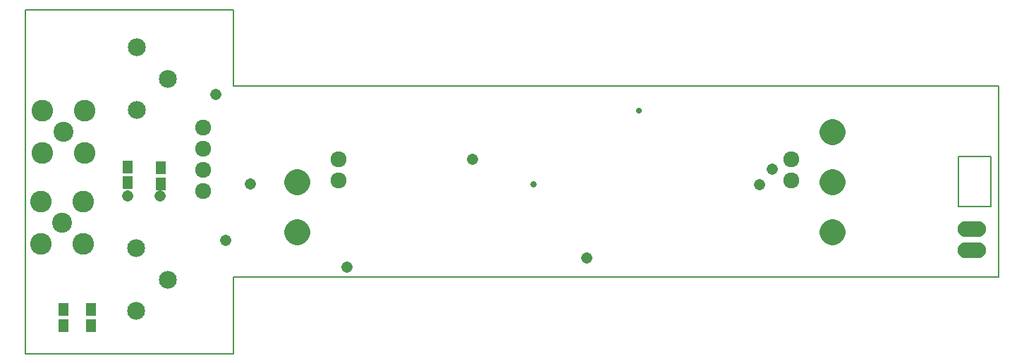
<source format=gbr>
G04 #@! TF.FileFunction,Soldermask,Bot*
%FSLAX46Y46*%
G04 Gerber Fmt 4.6, Leading zero omitted, Abs format (unit mm)*
G04 Created by KiCad (PCBNEW 4.0.6) date 05/23/18 19:53:49*
%MOMM*%
%LPD*%
G01*
G04 APERTURE LIST*
%ADD10C,0.100000*%
%ADD11C,0.635000*%
%ADD12C,1.346200*%
%ADD13C,0.777010*%
%ADD14C,3.126990*%
%ADD15C,0.203200*%
%ADD16C,1.924000*%
%ADD17C,2.600000*%
%ADD18C,2.400000*%
%ADD19C,2.150000*%
%ADD20R,1.150000X1.600000*%
%ADD21O,3.410000X1.910000*%
G04 APERTURE END LIST*
D10*
D11*
X73704700Y29164030D02*
X73704700Y29164030D01*
D12*
X12299950Y18949920D02*
X12299950Y18949920D01*
X16199870Y18949920D02*
X16199870Y18949920D01*
X24100030Y13549880D02*
X24100030Y13549880D01*
X22900130Y31150050D02*
X22900130Y31150050D01*
X53710080Y23360130D02*
X53710080Y23360130D01*
D13*
X61000130Y20400010D02*
X61000130Y20400010D01*
D12*
X27010110Y20360130D02*
X27010110Y20360130D01*
X67444620Y11487400D02*
X67444620Y11487400D01*
X38623750Y10348210D02*
X38623750Y10348210D01*
D14*
X32599880Y20649950D02*
X32599880Y20649950D01*
X96899980Y20649950D02*
X96899980Y20649950D01*
X96899980Y26649930D02*
X96899980Y26649930D01*
X96899980Y14649960D02*
X96899980Y14649960D01*
D12*
X89696040Y22130000D02*
X89696040Y22130000D01*
X88141050Y20278600D02*
X88141050Y20278600D01*
D14*
X32599880Y14649960D02*
X32599880Y14649960D01*
D15*
X112000030Y23649940D02*
X112000030Y17649950D01*
X112000030Y17649950D02*
X115940080Y17649950D01*
X115940080Y17649950D02*
X115940080Y23649940D01*
X115940080Y23649940D02*
X112000030Y23649940D01*
X0Y0D02*
X0Y41299890D01*
X0Y41299890D02*
X24999950Y41299890D01*
X24999950Y41299890D02*
X24999950Y32150050D01*
X24999950Y32150050D02*
X116899940Y32150050D01*
X116899940Y32150050D02*
X116899940Y9150100D01*
X116899940Y9150100D02*
X24999950Y9150100D01*
X24999950Y9150100D02*
X24999950Y0D01*
X24999950Y0D02*
X0Y0D01*
X112000030Y23649940D02*
X112000030Y17649950D01*
X112000030Y17649950D02*
X115940080Y17649950D01*
X115940080Y17649950D02*
X115940080Y23649940D01*
X115940080Y23649940D02*
X112000030Y23649940D01*
X0Y0D02*
X0Y41299890D01*
X0Y41299890D02*
X24999950Y41299890D01*
X24999950Y41299890D02*
X24999950Y32150050D01*
X24999950Y32150050D02*
X116899940Y32150050D01*
X116899940Y32150050D02*
X116899940Y9150100D01*
X116899940Y9150100D02*
X24999950Y9150100D01*
X24999950Y9150100D02*
X24999950Y0D01*
X24999950Y0D02*
X0Y0D01*
X112000030Y23649940D02*
X112000030Y17649950D01*
X112000030Y17649950D02*
X115940080Y17649950D01*
X115940080Y17649950D02*
X115940080Y23649940D01*
X115940080Y23649940D02*
X112000030Y23649940D01*
D11*
X73704700Y29164030D02*
X73704700Y29164030D01*
D12*
X12299950Y18949920D02*
X12299950Y18949920D01*
X16199870Y18949920D02*
X16199870Y18949920D01*
X24100030Y13549880D02*
X24100030Y13549880D01*
X22900130Y31150050D02*
X22900130Y31150050D01*
X53710080Y23360130D02*
X53710080Y23360130D01*
D13*
X61000130Y20400010D02*
X61000130Y20400010D01*
D12*
X27010110Y20360130D02*
X27010110Y20360130D01*
X67444620Y11487400D02*
X67444620Y11487400D01*
X38623750Y10348210D02*
X38623750Y10348210D01*
D14*
X32599880Y20649950D02*
X32599880Y20649950D01*
X96899980Y20649950D02*
X96899980Y20649950D01*
X96899980Y26649930D02*
X96899980Y26649930D01*
X96899980Y14649960D02*
X96899980Y14649960D01*
D12*
X89696040Y22130000D02*
X89696040Y22130000D01*
X88141050Y20278600D02*
X88141050Y20278600D01*
D14*
X32599880Y14649960D02*
X32599880Y14649960D01*
D15*
X112000030Y23649940D02*
X112000030Y17649950D01*
X112000030Y17649950D02*
X115940080Y17649950D01*
X115940080Y17649950D02*
X115940080Y23649940D01*
X115940080Y23649940D02*
X112000030Y23649940D01*
X0Y0D02*
X0Y41299890D01*
X0Y41299890D02*
X24999950Y41299890D01*
X24999950Y41299890D02*
X24999950Y32150050D01*
X24999950Y32150050D02*
X116899940Y32150050D01*
X116899940Y32150050D02*
X116899940Y9150100D01*
X116899940Y9150100D02*
X24999950Y9150100D01*
X24999950Y9150100D02*
X24999950Y0D01*
X24999950Y0D02*
X0Y0D01*
X112000030Y23649940D02*
X112000030Y17649950D01*
X112000030Y17649950D02*
X115940080Y17649950D01*
X115940080Y17649950D02*
X115940080Y23649940D01*
X115940080Y23649940D02*
X112000030Y23649940D01*
X0Y0D02*
X0Y41299890D01*
X0Y41299890D02*
X24999950Y41299890D01*
X24999950Y41299890D02*
X24999950Y32150050D01*
X24999950Y32150050D02*
X116899940Y32150050D01*
X116899940Y32150050D02*
X116899940Y9150100D01*
X116899940Y9150100D02*
X24999950Y9150100D01*
X24999950Y9150100D02*
X24999950Y0D01*
X24999950Y0D02*
X0Y0D01*
X112000030Y23649940D02*
X112000030Y17649950D01*
X112000030Y17649950D02*
X115940080Y17649950D01*
X115940080Y17649950D02*
X115940080Y23649940D01*
X115940080Y23649940D02*
X112000030Y23649940D01*
D16*
X21336000Y24638000D03*
X21336000Y27178000D03*
X21336000Y19558000D03*
X21336000Y22098000D03*
D17*
X2032000Y24130000D03*
X2032000Y29210000D03*
X7112000Y29210000D03*
X7112000Y24130000D03*
D18*
X4572000Y26670000D03*
D19*
X13395000Y36770000D03*
X13395000Y29270000D03*
X17145000Y33020000D03*
D17*
X1905000Y13208000D03*
X1905000Y18288000D03*
X6985000Y18288000D03*
X6985000Y13208000D03*
D18*
X4445000Y15748000D03*
D16*
X37592000Y20828000D03*
X37592000Y23368000D03*
D20*
X16256000Y22286000D03*
X16256000Y20386000D03*
X12319000Y22413000D03*
X12319000Y20513000D03*
X7874000Y5268000D03*
X7874000Y3368000D03*
X4572000Y5268000D03*
X4572000Y3368000D03*
D21*
X113665000Y12446000D03*
X113665000Y14986000D03*
D16*
X91948000Y20828000D03*
X91948000Y23368000D03*
D19*
X13335000Y12640000D03*
X13335000Y5140000D03*
X17085000Y8890000D03*
M02*

</source>
